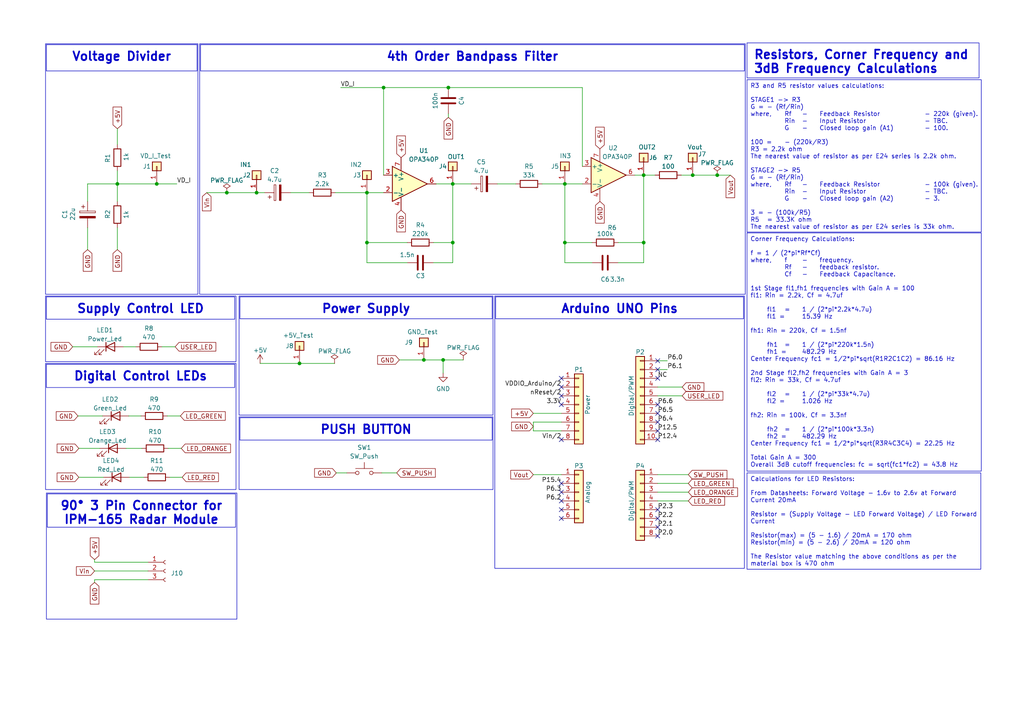
<source format=kicad_sch>
(kicad_sch (version 20230121) (generator eeschema)
  (paper "A4")
  (title_block (title "Movement Detector based on IPM-165 Radar Module") (date "2023-05-13") (rev "1,4") (company "HDA Student/Girish Tabaraddi; Ananya Harish; Drashti Shah") (comment 1 "Group D3"))
  (lib_symbols
    (symbol "Amplifier_Operational:OPA340P" (pin_names (offset 0.127))
      (property "Reference" "U" (at 0 6.35 0))
      (property "Value" "OPA340P" (at 0 3.81 0))
      (symbol "OPA340P_0_1"
        (polyline (pts (xy -5.08 5.08) (xy 5.08 0) (xy -5.08 -5.08) (xy -5.08 5.08)) (stroke (width 0.254)) (fill (type background)))
      )
      (symbol "OPA340P_1_1"
        (pin no_connect line (at -5.08 -2.54 90) (length 2.54) hide (name "NC") (number "1"))
        (pin input line (at -7.62 -2.54 0) (length 2.54) (name "-") (number "2"))
        (pin input line (at -7.62 2.54 0) (length 2.54) (name "+") (number "3"))
        (pin power_in line (at -2.54 -7.62 90) (length 3.81) (name "V-") (number "4"))
        (pin no_connect line (at -2.54 -2.54 90) (length 2.54) hide (name "NC") (number "5"))
        (pin output line (at 7.62 0 180) (length 2.54) (name "~") (number "6"))
        (pin power_in line (at -2.54 7.62 270) (length 3.81) (name "V+") (number "7"))
        (pin no_connect line (at 0 -2.54 90) (length 2.54) hide (name "NC") (number "8"))
      )
    )
    (symbol "Connector:Conn_01x03_Socket" (pin_names (offset 1.016) hide)
      (property "Reference" "J" (at 0 5.08 0))
      (property "Value" "Conn_01x03_Socket" (at 0 -5.08 0))
      (symbol "Conn_01x03_Socket_1_1"
        (arc (start 0 -2.032) (mid -0.5058 -2.54) (end 0 -3.048) (stroke (width 0.1524)))
        (polyline (pts (xy -1.27 -2.54) (xy -0.508 -2.54)) (stroke (width 0.1524)))
        (polyline (pts (xy -1.27 0) (xy -0.508 0)) (stroke (width 0.1524)))
        (polyline (pts (xy -1.27 2.54) (xy -0.508 2.54)) (stroke (width 0.1524)))
        (arc (start 0 0.508) (mid -0.5058 0) (end 0 -0.508) (stroke (width 0.1524)))
        (arc (start 0 3.048) (mid -0.5058 2.54) (end 0 2.032) (stroke (width 0.1524)))
        (pin passive line (at -5.08 2.54 0) (length 3.81) (name "Pin_1") (number "1"))
        (pin passive line (at -5.08 0 0) (length 3.81) (name "Pin_2") (number "2"))
        (pin passive line (at -5.08 -2.54 0) (length 3.81) (name "Pin_3") (number "3"))
      )
    )
    (symbol "Connector_Generic:Conn_01x01" (pin_names (offset 1.016) hide)
      (property "Reference" "J" (at 0 2.54 0))
      (property "Value" "Conn_01x01" (at 0 -2.54 0))
      (symbol "Conn_01x01_1_1"
        (rectangle (start -1.27 0.127) (end 0 -0.127) (stroke (width 0.1524)))
        (rectangle (start -1.27 1.27) (end 1.27 -1.27) (stroke (width 0.254)) (fill (type background)))
        (pin passive line (at -5.08 0 0) (length 3.81) (name "Pin_1") (number "1"))
      )
    )
    (symbol "Connector_Generic:Conn_01x06" (pin_names (offset 1.016) hide)
      (property "Reference" "J" (at 0 7.62 0))
      (property "Value" "Conn_01x06" (at 0 -10.16 0))
      (symbol "Conn_01x06_1_1"
        (rectangle (start -1.27 -7.493) (end 0 -7.747) (stroke (width 0.1524)))
        (rectangle (start -1.27 -4.953) (end 0 -5.207) (stroke (width 0.1524)))
        (rectangle (start -1.27 -2.413) (end 0 -2.667) (stroke (width 0.1524)))
        (rectangle (start -1.27 0.127) (end 0 -0.127) (stroke (width 0.1524)))
        (rectangle (start -1.27 2.667) (end 0 2.413) (stroke (width 0.1524)))
        (rectangle (start -1.27 5.207) (end 0 4.953) (stroke (width 0.1524)))
        (rectangle (start -1.27 6.35) (end 1.27 -8.89) (stroke (width 0.254)) (fill (type background)))
        (pin passive line (at -5.08 5.08 0) (length 3.81) (name "Pin_1") (number "1"))
        (pin passive line (at -5.08 2.54 0) (length 3.81) (name "Pin_2") (number "2"))
        (pin passive line (at -5.08 0 0) (length 3.81) (name "Pin_3") (number "3"))
        (pin passive line (at -5.08 -2.54 0) (length 3.81) (name "Pin_4") (number "4"))
        (pin passive line (at -5.08 -5.08 0) (length 3.81) (name "Pin_5") (number "5"))
        (pin passive line (at -5.08 -7.62 0) (length 3.81) (name "Pin_6") (number "6"))
      )
    )
    (symbol "Connector_Generic:Conn_01x08" (pin_names (offset 1.016) hide)
      (property "Reference" "J" (at 0 10.16 0))
      (property "Value" "Conn_01x08" (at 0 -12.7 0))
      (symbol "Conn_01x08_1_1"
        (rectangle (start -1.27 -10.033) (end 0 -10.287) (stroke (width 0.1524)))
        (rectangle (start -1.27 -7.493) (end 0 -7.747) (stroke (width 0.1524)))
        (rectangle (start -1.27 -4.953) (end 0 -5.207) (stroke (width 0.1524)))
        (rectangle (start -1.27 -2.413) (end 0 -2.667) (stroke (width 0.1524)))
        (rectangle (start -1.27 0.127) (end 0 -0.127) (stroke (width 0.1524)))
        (rectangle (start -1.27 2.667) (end 0 2.413) (stroke (width 0.1524)))
        (rectangle (start -1.27 5.207) (end 0 4.953) (stroke (width 0.1524)))
        (rectangle (start -1.27 7.747) (end 0 7.493) (stroke (width 0.1524)))
        (rectangle (start -1.27 8.89) (end 1.27 -11.43) (stroke (width 0.254)) (fill (type background)))
        (pin passive line (at -5.08 7.62 0) (length 3.81) (name "Pin_1") (number "1"))
        (pin passive line (at -5.08 5.08 0) (length 3.81) (name "Pin_2") (number "2"))
        (pin passive line (at -5.08 2.54 0) (length 3.81) (name "Pin_3") (number "3"))
        (pin passive line (at -5.08 0 0) (length 3.81) (name "Pin_4") (number "4"))
        (pin passive line (at -5.08 -2.54 0) (length 3.81) (name "Pin_5") (number "5"))
        (pin passive line (at -5.08 -5.08 0) (length 3.81) (name "Pin_6") (number "6"))
        (pin passive line (at -5.08 -7.62 0) (length 3.81) (name "Pin_7") (number "7"))
        (pin passive line (at -5.08 -10.16 0) (length 3.81) (name "Pin_8") (number "8"))
      )
    )
    (symbol "Connector_Generic:Conn_01x10" (pin_names (offset 1.016) hide)
      (property "Reference" "J" (at 0 12.7 0))
      (property "Value" "Conn_01x10" (at 0 -15.24 0))
      (symbol "Conn_01x10_1_1"
        (rectangle (start -1.27 -12.573) (end 0 -12.827) (stroke (width 0.1524)))
        (rectangle (start -1.27 -10.033) (end 0 -10.287) (stroke (width 0.1524)))
        (rectangle (start -1.27 -7.493) (end 0 -7.747) (stroke (width 0.1524)))
        (rectangle (start -1.27 -4.953) (end 0 -5.207) (stroke (width 0.1524)))
        (rectangle (start -1.27 -2.413) (end 0 -2.667) (stroke (width 0.1524)))
        (rectangle (start -1.27 0.127) (end 0 -0.127) (stroke (width 0.1524)))
        (rectangle (start -1.27 2.667) (end 0 2.413) (stroke (width 0.1524)))
        (rectangle (start -1.27 5.207) (end 0 4.953) (stroke (width 0.1524)))
        (rectangle (start -1.27 7.747) (end 0 7.493) (stroke (width 0.1524)))
        (rectangle (start -1.27 10.287) (end 0 10.033) (stroke (width 0.1524)))
        (rectangle (start -1.27 11.43) (end 1.27 -13.97) (stroke (width 0.254)) (fill (type background)))
        (pin passive line (at -5.08 10.16 0) (length 3.81) (name "Pin_1") (number "1"))
        (pin passive line (at -5.08 -12.7 0) (length 3.81) (name "Pin_10") (number "10"))
        (pin passive line (at -5.08 7.62 0) (length 3.81) (name "Pin_2") (number "2"))
        (pin passive line (at -5.08 5.08 0) (length 3.81) (name "Pin_3") (number "3"))
        (pin passive line (at -5.08 2.54 0) (length 3.81) (name "Pin_4") (number "4"))
        (pin passive line (at -5.08 0 0) (length 3.81) (name "Pin_5") (number "5"))
        (pin passive line (at -5.08 -2.54 0) (length 3.81) (name "Pin_6") (number "6"))
        (pin passive line (at -5.08 -5.08 0) (length 3.81) (name "Pin_7") (number "7"))
        (pin passive line (at -5.08 -7.62 0) (length 3.81) (name "Pin_8") (number "8"))
        (pin passive line (at -5.08 -10.16 0) (length 3.81) (name "Pin_9") (number "9"))
      )
    )
    (symbol "Device:C" (pin_numbers hide) (pin_names (offset 0.254))
      (property "Reference" "C" (at 0.635 2.54 0))
      (property "Value" "C" (at 0.635 -2.54 0))
      (symbol "C_0_1"
        (polyline (pts (xy -2.032 -0.762) (xy 2.032 -0.762)) (stroke (width 0.508)))
        (polyline (pts (xy -2.032 0.762) (xy 2.032 0.762)) (stroke (width 0.508)))
      )
      (symbol "C_1_1"
        (pin passive line (at 0 3.81 270) (length 2.794) (name "~") (number "1"))
        (pin passive line (at 0 -3.81 90) (length 2.794) (name "~") (number "2"))
      )
    )
    (symbol "Device:C_Polarized" (pin_numbers hide) (pin_names (offset 0.254))
      (property "Reference" "C" (at 0.635 2.54 0))
      (property "Value" "C_Polarized" (at 0.635 -2.54 0))
      (symbol "C_Polarized_0_1"
        (rectangle (start -2.286 0.508) (end 2.286 1.016))
        (polyline (pts (xy -1.778 2.286) (xy -0.762 2.286)))
        (polyline (pts (xy -1.27 2.794) (xy -1.27 1.778)))
        (rectangle (start 2.286 -0.508) (end -2.286 -1.016) (fill (type outline)))
      )
      (symbol "C_Polarized_1_1"
        (pin passive line (at 0 3.81 270) (length 2.794) (name "~") (number "1"))
        (pin passive line (at 0 -3.81 90) (length 2.794) (name "~") (number "2"))
      )
    )
    (symbol "Device:LED" (pin_numbers hide) (pin_names (offset 1.016) hide)
      (property "Reference" "D" (at 0 2.54 0))
      (property "Value" "LED" (at 0 -2.54 0))
      (symbol "LED_0_1"
        (polyline (pts (xy -1.27 -1.27) (xy -1.27 1.27)) (stroke (width 0.254)))
        (polyline (pts (xy -1.27 0) (xy 1.27 0)))
        (polyline (pts (xy 1.27 -1.27) (xy 1.27 1.27) (xy -1.27 0) (xy 1.27 -1.27)) (stroke (width 0.254)))
        (polyline (pts (xy -3.048 -0.762) (xy -4.572 -2.286) (xy -3.81 -2.286) (xy -4.572 -2.286) (xy -4.572 -1.524)))
        (polyline (pts (xy -1.778 -0.762) (xy -3.302 -2.286) (xy -2.54 -2.286) (xy -3.302 -2.286) (xy -3.302 -1.524)))
      )
      (symbol "LED_1_1"
        (pin passive line (at -3.81 0 0) (length 2.54) (name "K") (number "1"))
        (pin passive line (at 3.81 0 180) (length 2.54) (name "A") (number "2"))
      )
    )
    (symbol "Device:R" (pin_numbers hide) (pin_names (offset 0))
      (property "Reference" "R" (at 2.032 0 90))
      (property "Value" "R" (at 0 0 90))
      (symbol "R_0_1"
        (rectangle (start -1.016 -2.54) (end 1.016 2.54) (stroke (width 0.254)))
      )
      (symbol "R_1_1"
        (pin passive line (at 0 3.81 270) (length 1.27) (name "~") (number "1"))
        (pin passive line (at 0 -3.81 90) (length 1.27) (name "~") (number "2"))
      )
    )
    (symbol "Switch:SW_Push" (pin_numbers hide) (pin_names (offset 1.016) hide)
      (property "Reference" "SW" (at 1.27 2.54 0))
      (property "Value" "SW_Push" (at 0 -1.524 0))
      (symbol "SW_Push_0_1"
        (circle (center -2.032 0) (radius 0.508))
        (polyline (pts (xy 0 1.27) (xy 0 3.048)))
        (polyline (pts (xy 2.54 1.27) (xy -2.54 1.27)))
        (circle (center 2.032 0) (radius 0.508))
        (pin passive line (at -5.08 0 0) (length 2.54) (name "1") (number "1"))
        (pin passive line (at 5.08 0 180) (length 2.54) (name "2") (number "2"))
      )
    )
    (symbol "power:+5V" (power) (pin_names (offset 0))
      (property "Value" "+5V" (at 0 3.556 0))
      (symbol "+5V_0_1"
        (polyline (pts (xy -0.762 1.27) (xy 0 2.54)))
        (polyline (pts (xy 0 0) (xy 0 2.54)))
        (polyline (pts (xy 0 2.54) (xy 0.762 1.27)))
      )
      (symbol "+5V_1_1"
        (pin power_in line (at 0 0 90) (length 0) hide (name "+5V") (number "1"))
      )
    )
    (symbol "power:GND" (power) (pin_names (offset 0))
      (property "Value" "GND" (at 0 -3.81 0))
      (symbol "GND_0_1"
        (polyline (pts (xy 0 0) (xy 0 -1.27) (xy 1.27 -1.27) (xy 0 -2.54) (xy -1.27 -1.27) (xy 0 -1.27)))
      )
      (symbol "GND_1_1"
        (pin power_in line (at 0 0 270) (length 0) hide (name "GND") (number "1"))
      )
    )
    (symbol "power:PWR_FLAG" (power) (pin_numbers hide) (pin_names (offset 0) hide)
      (property "Value" "PWR_FLAG" (at 0 3.81 0))
      (symbol "PWR_FLAG_0_0"
        (pin power_out line (at 0 0 90) (length 0) (name "pwr") (number "1"))
      )
      (symbol "PWR_FLAG_0_1"
        (polyline (pts (xy 0 0) (xy 0 1.27) (xy -1.016 1.905) (xy 0 2.54) (xy 1.016 1.905) (xy 0 1.27)))
      )
    )
  )
  (junction (at 106.426 70.358))
  (junction (at 45.466 53.34))
  (junction (at 122.936 104.394))
  (junction (at 186.69 70.358))
  (junction (at 34.036 53.34))
  (junction (at 106.426 55.88))
  (junction (at 131.318 70.358))
  (junction (at 200.914 50.8))
  (junction (at 111.252 25.4))
  (junction (at 74.422 55.88))
  (junction (at 163.83 53.34))
  (junction (at 208.026 50.8))
  (junction (at 65.786 55.88))
  (junction (at 130.048 25.4))
  (junction (at 128.524 104.394))
  (junction (at 186.69 50.8))
  (junction (at 163.83 70.358))
  (junction (at 86.868 105.41))
  (junction (at 131.318 53.34))
  (no_connect (at 162.814 147.828))
  (no_connect (at 162.814 142.748))
  (no_connect (at 190.754 119.888))
  (no_connect (at 190.754 150.368))
  (no_connect (at 190.754 155.448))
  (no_connect (at 162.814 140.208))
  (no_connect (at 190.754 152.908))
  (no_connect (at 190.754 124.968))
  (no_connect (at 162.814 114.808))
  (no_connect (at 190.754 147.828))
  (no_connect (at 162.814 150.368))
  (no_connect (at 190.754 109.728))
  (no_connect (at 190.754 117.348))
  (no_connect (at 190.754 107.188))
  (no_connect (at 190.754 127.508))
  (no_connect (at 162.814 112.268))
  (no_connect (at 162.814 145.288))
  (no_connect (at 162.814 117.348))
  (no_connect (at 162.814 109.728))
  (no_connect (at 162.814 127.508))
  (no_connect (at 190.754 122.428))
  (no_connect (at 190.754 104.648))
  (wire (pts (xy 154.686 119.888) (xy 162.814 119.888)))
  (wire (pts (xy 27.432 168.148) (xy 42.926 168.148)))
  (wire (pts (xy 110.744 137.16) (xy 115.062 137.16)))
  (wire (pts (xy 65.786 55.88) (xy 74.422 55.88)))
  (wire (pts (xy 74.422 55.88) (xy 76.708 55.88)))
  (wire (pts (xy 190.754 140.208) (xy 199.644 140.208)))
  (wire (pts (xy 162.814 124.968) (xy 154.686 124.968)))
  (wire (pts (xy 157.226 53.34) (xy 163.83 53.34)))
  (wire (pts (xy 208.026 50.8) (xy 211.836 50.8)))
  (wire (pts (xy 35.814 100.584) (xy 39.37 100.584)))
  (wire (pts (xy 163.83 76.2) (xy 171.704 76.2)))
  (wire (pts (xy 128.524 104.394) (xy 134.366 104.394)))
  (wire (pts (xy 190.754 114.808) (xy 197.866 114.808)))
  (wire (pts (xy 42.926 163.068) (xy 27.432 163.068)))
  (wire (pts (xy 106.426 76.2) (xy 106.426 70.358)))
  (wire (pts (xy 144.272 53.34) (xy 149.606 53.34)))
  (wire (pts (xy 27.432 165.608) (xy 42.926 165.608)))
  (wire (pts (xy 86.868 105.41) (xy 97.028 105.41)))
  (wire (pts (xy 27.432 168.91) (xy 27.432 168.148)))
  (wire (pts (xy 130.048 25.4) (xy 168.91 25.4)))
  (wire (pts (xy 34.036 66.04) (xy 34.036 72.39)))
  (wire (pts (xy 179.324 76.2) (xy 186.69 76.2)))
  (wire (pts (xy 106.426 55.88) (xy 106.426 70.358)))
  (wire (pts (xy 154.686 122.428) (xy 154.686 124.968)))
  (wire (pts (xy 111.252 55.88) (xy 106.426 55.88)))
  (wire (pts (xy 37.338 120.65) (xy 40.894 120.65)))
  (wire (pts (xy 154.686 137.668) (xy 162.814 137.668)))
  (wire (pts (xy 126.492 53.34) (xy 131.318 53.34)))
  (wire (pts (xy 131.318 53.34) (xy 136.652 53.34)))
  (wire (pts (xy 84.328 55.88) (xy 89.662 55.88)))
  (wire (pts (xy 22.606 120.65) (xy 29.718 120.65)))
  (wire (pts (xy 190.754 137.668) (xy 199.644 137.668)))
  (wire (pts (xy 186.69 70.358) (xy 186.69 76.2)))
  (wire (pts (xy 122.936 104.394) (xy 128.524 104.394)))
  (wire (pts (xy 21.082 100.584) (xy 28.194 100.584)))
  (wire (pts (xy 27.432 163.068) (xy 27.432 162.306)))
  (wire (pts (xy 25.4 58.42) (xy 25.4 53.34)))
  (wire (pts (xy 163.83 53.34) (xy 163.83 70.358)))
  (wire (pts (xy 115.824 104.394) (xy 122.936 104.394)))
  (wire (pts (xy 179.324 70.358) (xy 186.69 70.358)))
  (wire (pts (xy 125.73 76.2) (xy 131.318 76.2)))
  (wire (pts (xy 25.4 66.04) (xy 25.4 72.39)))
  (wire (pts (xy 25.4 53.34) (xy 34.036 53.34)))
  (wire (pts (xy 36.576 130.048) (xy 41.148 130.048)))
  (wire (pts (xy 163.83 70.358) (xy 171.704 70.358)))
  (wire (pts (xy 111.252 50.8) (xy 111.252 25.4)))
  (wire (pts (xy 48.514 120.65) (xy 52.324 120.65)))
  (wire (pts (xy 106.426 70.358) (xy 118.11 70.358)))
  (wire (pts (xy 190.754 112.268) (xy 197.866 112.268)))
  (wire (pts (xy 131.318 76.2) (xy 131.318 70.358)))
  (wire (pts (xy 168.91 25.4) (xy 168.91 48.26)))
  (wire (pts (xy 22.86 138.43) (xy 29.972 138.43)))
  (wire (pts (xy 200.914 50.8) (xy 208.026 50.8)))
  (wire (pts (xy 59.944 55.88) (xy 65.786 55.88)))
  (wire (pts (xy 131.318 70.358) (xy 131.318 53.34)))
  (wire (pts (xy 190.754 142.748) (xy 199.644 142.748)))
  (wire (pts (xy 34.036 37.338) (xy 34.036 41.91)))
  (wire (pts (xy 111.252 25.4) (xy 130.048 25.4)))
  (wire (pts (xy 193.548 107.188) (xy 190.754 107.188)))
  (wire (pts (xy 130.048 33.02) (xy 130.048 34.036)))
  (wire (pts (xy 118.11 76.2) (xy 106.426 76.2)))
  (wire (pts (xy 97.536 137.16) (xy 100.584 137.16)))
  (wire (pts (xy 193.548 104.648) (xy 190.754 104.648)))
  (wire (pts (xy 45.466 53.34) (xy 51.308 53.34)))
  (wire (pts (xy 22.86 130.048) (xy 28.956 130.048)))
  (wire (pts (xy 37.592 138.43) (xy 41.656 138.43)))
  (wire (pts (xy 184.15 50.8) (xy 186.69 50.8)))
  (wire (pts (xy 34.036 53.34) (xy 45.466 53.34)))
  (wire (pts (xy 48.768 130.048) (xy 52.578 130.048)))
  (wire (pts (xy 98.806 25.4) (xy 111.252 25.4)))
  (wire (pts (xy 49.276 138.43) (xy 52.832 138.43)))
  (wire (pts (xy 34.036 49.53) (xy 34.036 53.34)))
  (wire (pts (xy 163.83 53.34) (xy 168.91 53.34)))
  (wire (pts (xy 186.69 50.8) (xy 189.992 50.8)))
  (wire (pts (xy 197.612 50.8) (xy 200.914 50.8)))
  (wire (pts (xy 46.99 100.584) (xy 50.8 100.584)))
  (wire (pts (xy 128.524 104.394) (xy 128.524 108.204)))
  (wire (pts (xy 162.814 122.428) (xy 154.686 122.428)))
  (wire (pts (xy 75.438 105.41) (xy 86.868 105.41)))
  (wire (pts (xy 190.754 145.288) (xy 199.644 145.288)))
  (wire (pts (xy 186.69 50.8) (xy 186.69 70.358)))
  (wire (pts (xy 163.83 70.358) (xy 163.83 76.2)))
  (wire (pts (xy 34.036 53.34) (xy 34.036 58.42)))
  (wire (pts (xy 97.282 55.88) (xy 106.426 55.88)))
  (wire (pts (xy 125.73 70.358) (xy 131.318 70.358)))
  (rectangle (start 13.208 85.852) (end 68.453 104.902))
  (rectangle (start 69.342 85.852) (end 143.002 120.396))
  (rectangle (start 13.208 12.7) (end 57.404 85.344))
  (rectangle (start 13.462 143.002) (end 68.707 179.578))
  (rectangle (start 13.208 105.41) (end 68.453 141.986))
  (rectangle (start 69.342 120.904) (end 143.002 141.986))
  (rectangle (start 57.912 12.7) (end 216.154 85.344))
  (rectangle (start 143.51 85.852) (end 215.9 164.846))
  (text_box "Power Supply" (at 69.596 86.106 0) (size 73.152 6.35) (effects (font (size 2.5 2.5) bold) (justify top)))
  (text_box "90° 3 Pin Connector for IPM-165 Radar Module" (at 13.716 143.256 0) (size 54.61 9.652) (effects (font (size 2.5 2.5) (thickness 0.5) bold) (justify top)))
  (text_box "R3 and R5 resistor values calculations:\n\nSTAGE1 -> R3\nG =	- (Rf/Rin)\nwhere, 	Rf	-	Feedback Resistor 		- 220k (given).\n		Rin	- 	Input Resistor 			- TBC.\n		G	- 	Closed loop gain (A1)	- 100.\n\n100 =	- (220k/R3)\nR3 = 2.2k ohm\nThe nearest value of resistor as per E24 series is 2.2k ohm. \n\nSTAGE2 -> R5\nG =	- (Rf/Rin)\nwhere, 	Rf	-	Feedback Resistor 		- 100k (given).\n		Rin	- 	Input Resistor 			- TBC.\n		G	- 	Closed loop gain (A2)	- 3.\n\n3 = - (100k/R5)\nR5	= 33.3K ohm\nThe nearest value of resistor as per E24 series is 33k ohm. " (at 216.662 23.114 0) (size 67.945 44.196) (effects (font (size 1.27 1.27)) (justify left top)))
  (text_box "Arduino UNO Pins" (at 143.764 86.106 0) (size 71.882 6.35) (effects (font (size 2.5 2.5) (thickness 0.5) bold) (justify top)))
  (text_box "Corner Frequency Calculations:\n\nf = 1 / (2*pi*Rf*Cf)\nwhere, 	f	-	frequency.\n		Rf	- 	feedback resistor.\n		Cf	- 	Feedback Capacitance.\n\n1st Stage fl1,fh1 frequencies with Gain A = 100\nfl1: Rin = 2.2k, Cf = 4.7uf\n\n	fl1	=	1 / (2*pi*2.2k*4.7u)\n	fl1 = 	15.39 Hz\n\nfh1: Rin = 220k, Cf = 1.5nf\n\n	fh1	=	1 / (2*pi*220k*1.5n)\n	fh1 = 	482.29 Hz\nCenter Frequency fc1 = 1/2*pi*sqrt(R1R2C1C2) = 86.16 Hz\n\n2nd Stage fl2,fh2 frequencies with Gain A = 3\nfl2: Rin = 33k, Cf = 4.7uf\n\n	fl2	=	1 / (2*pi*33k*4.7u)\n	fl2 = 	1.026 Hz\n\nfh2: Rin = 100k, Cf = 3.3nf\n\n	fh2	=	1 / (2*pi*100k*3.3n)\n	fh2 = 	482.29 Hz\nCenter Frequency fc1 = 1/2*pi*sqrt(R3R4C3C4) = 22.25 Hz\n\nTotal Gain A = 300\nOverall 3dB cutoff frequencies: fc = sqrt(fc1*fc2) = 43.8 Hz" (at 216.662 67.564 0) (size 67.945 69.088) (effects (font (size 1.27 1.27)) (justify left top)))
  (text_box "Calculations for LED Resistors:\n\nFrom Datasheets: Forward Voltage - 1.6v to 2.6v at Forward Current 20mA\n\nResistor = (Supply Voltage - LED Forward Voltage) / LED Forward Current\n\nResistor(max) = (5 - 1.6) / 20mA = 170 ohm\nResistor(min) = (5 - 2.6) / 20mA = 120 ohm\n\nThe Resistor value matching the above conditions as per the material box is 470 ohm" (at 216.662 137.16 0) (size 67.818 27.94) (effects (font (size 1.27 1.27)) (justify left top)))
  (text_box "4th Order Bandpass Filter" (at 58.166 12.954 0) (size 157.734 7.62) (effects (font (size 2.5 2.5) bold) (justify top)))
  (text_box "Voltage Divider" (at 13.462 12.954 0) (size 43.688 7.62) (effects (font (size 2.5 2.5) (thickness 0.5) bold) (justify top)))
  (text_box "Resistors, Corner Frequency and 3dB Frequency Calculations" (at 216.662 12.446 0) (size 67.31 10.16) (effects (font (size 2.5 2.5) (thickness 0.5) bold) (justify left top)))
  (text_box "Supply Control LED" (at 13.462 86.106 0) (size 54.61 6.477) (effects (font (size 2.5 2.5) bold) (justify top)))
  (text_box "Digital Control LEDs" (at 13.462 105.664 0) (size 54.61 6.731) (effects (font (size 2.5 2.5) (thickness 0.5) bold) (justify top)))
  (text_box "PUSH BUTTON" (at 69.596 121.158 0) (size 73.152 6.477) (effects (font (size 2.5 2.5) bold) (justify top)))
  (label "nReset{slash}2" (at 162.814 114.808 180))
  (label "Vin{slash}2" (at 162.814 127.508 180))
  (label "P6.6" (at 190.754 117.348 0))
  (label "VDDIO_Arduino{slash}2" (at 162.814 112.268 180))
  (label "P15.4" (at 162.814 140.208 180))
  (label "P6.1" (at 193.548 107.188 0))
  (label "NC" (at 190.754 109.728 0))
  (label "VD_I" (at 51.308 53.34 0))
  (label "P6.0" (at 193.548 104.648 0))
  (label "P6.5" (at 190.754 119.888 0))
  (label "P2.3" (at 190.754 147.828 0))
  (label "P2.0" (at 190.754 155.448 0))
  (label "P12.4" (at 190.754 127.508 0))
  (label "VD_I" (at 98.806 25.4 0))
  (label "P2.1" (at 190.754 152.908 0))
  (label "3.3V" (at 162.814 117.348 180))
  (label "P6.3" (at 162.814 142.748 180))
  (label "P12.5" (at 190.754 124.968 0))
  (label "P6.2" (at 162.814 145.288 180))
  (label "P2.2" (at 190.754 150.368 0))
  (label "P6.4" (at 190.754 122.428 0))
  (global_label "GND" (shape input) (at 22.606 120.65 180) (property "Intersheetrefs" "${INTERSHEET_REFS}" (effects hide)))
  (global_label "Vin" (shape input) (at 59.944 55.88 270) (property "Intersheetrefs" "${INTERSHEET_REFS}" (effects hide)))
  (global_label "GND" (shape input) (at 197.866 112.268 0) (property "Intersheetrefs" "${INTERSHEET_REFS}" (effects hide)))
  (global_label "GND" (shape input) (at 154.686 123.698 180) (property "Intersheetrefs" "${INTERSHEET_REFS}" (effects hide)))
  (global_label "GND" (shape input) (at 25.4 72.39 270) (property "Intersheetrefs" "${INTERSHEET_REFS}" (effects hide)))
  (global_label "LED_GREEN" (shape input) (at 52.324 120.65 0) (property "Intersheetrefs" "${INTERSHEET_REFS}" (effects hide)))
  (global_label "+5V" (shape input) (at 173.99 43.18 90) (property "Intersheetrefs" "${INTERSHEET_REFS}" (effects hide)))
  (global_label "+5V" (shape input) (at 27.432 162.306 90) (property "Intersheetrefs" "${INTERSHEET_REFS}" (effects hide)))
  (global_label "USER_LED" (shape input) (at 50.8 100.584 0) (property "Intersheetrefs" "${INTERSHEET_REFS}" (effects hide)))
  (global_label "GND" (shape input) (at 130.048 34.036 270) (property "Intersheetrefs" "${INTERSHEET_REFS}" (effects hide)))
  (global_label "GND" (shape input) (at 22.86 130.048 180) (property "Intersheetrefs" "${INTERSHEET_REFS}" (effects hide)))
  (global_label "GND" (shape input) (at 115.824 104.394 180) (property "Intersheetrefs" "${INTERSHEET_REFS}" (effects hide)))
  (global_label "Vout" (shape input) (at 211.836 50.8 270) (property "Intersheetrefs" "${INTERSHEET_REFS}" (effects hide)))
  (global_label "+5V" (shape input) (at 154.686 119.888 180) (property "Intersheetrefs" "${INTERSHEET_REFS}" (effects hide)))
  (global_label "+5V" (shape input) (at 116.332 45.72 90) (property "Intersheetrefs" "${INTERSHEET_REFS}" (effects hide)))
  (global_label "GND" (shape input) (at 97.536 137.16 180) (property "Intersheetrefs" "${INTERSHEET_REFS}" (effects hide)))
  (global_label "LED_RED" (shape input) (at 52.832 138.43 0) (property "Intersheetrefs" "${INTERSHEET_REFS}" (effects hide)))
  (global_label "LED_RED" (shape input) (at 199.644 145.288 0) (property "Intersheetrefs" "${INTERSHEET_REFS}" (effects hide)))
  (global_label "GND" (shape input) (at 21.082 100.584 180) (property "Intersheetrefs" "${INTERSHEET_REFS}" (effects hide)))
  (global_label "GND" (shape input) (at 22.86 138.43 180) (property "Intersheetrefs" "${INTERSHEET_REFS}" (effects hide)))
  (global_label "GND" (shape input) (at 27.432 168.91 270) (property "Intersheetrefs" "${INTERSHEET_REFS}" (effects hide)))
  (global_label "Vin" (shape input) (at 27.432 165.608 180) (property "Intersheetrefs" "${INTERSHEET_REFS}" (effects hide)))
  (global_label "GND" (shape input) (at 34.036 72.39 270) (property "Intersheetrefs" "${INTERSHEET_REFS}" (effects hide)))
  (global_label "SW_PUSH" (shape input) (at 199.644 137.668 0) (property "Intersheetrefs" "${INTERSHEET_REFS}" (effects hide)))
  (global_label "LED_ORANGE" (shape input) (at 199.644 142.748 0) (property "Intersheetrefs" "${INTERSHEET_REFS}" (effects hide)))
  (global_label "LED_ORANGE" (shape input) (at 52.578 130.048 0) (property "Intersheetrefs" "${INTERSHEET_REFS}" (effects hide)))
  (global_label "+5V" (shape input) (at 34.036 37.338 90) (property "Intersheetrefs" "${INTERSHEET_REFS}" (effects hide)))
  (global_label "USER_LED" (shape input) (at 197.866 114.808 0) (property "Intersheetrefs" "${INTERSHEET_REFS}" (effects hide)))
  (global_label "GND" (shape input) (at 173.99 58.42 270) (property "Intersheetrefs" "${INTERSHEET_REFS}" (effects hide)))
  (global_label "LED_GREEN" (shape input) (at 199.644 140.208 0) (property "Intersheetrefs" "${INTERSHEET_REFS}" (effects hide)))
  (global_label "GND" (shape input) (at 116.332 60.96 270) (property "Intersheetrefs" "${INTERSHEET_REFS}" (effects hide)))
  (global_label "Vout" (shape input) (at 154.686 137.668 180) (property "Intersheetrefs" "${INTERSHEET_REFS}" (effects hide)))
  (global_label "SW_PUSH" (shape input) (at 115.062 137.16 0) (property "Intersheetrefs" "${INTERSHEET_REFS}" (effects hide)))
  (symbol (lib_id "Connector_Generic:Conn_01x08") (at 167.894 117.348 0) (unit 1)
    (property "Reference" "P1" (at 167.894 107.188 0))
    (property "Value" "Power" (at 170.434 117.348 90))
    (property "Footprint" "Connector_PinHeader_2.54mm:PinHeader_1x08_P2.54mm_Vertical" (effects hide))
  )
  (symbol (lib_id "Connector_Generic:Conn_01x10") (at 185.674 114.808 0) (mirror y) (unit 1)
    (property "Reference" "P2" (at 185.674 102.108 0))
    (property "Value" "Digital/PWM" (at 183.134 114.808 90))
    (property "Footprint" "Connector_PinHeader_2.54mm:PinHeader_1x10_P2.54mm_Vertical" (effects hide))
  )
  (symbol (lib_id "Connector_Generic:Conn_01x06") (at 167.894 142.748 0) (unit 1)
    (property "Reference" "P3" (at 167.894 135.128 0))
    (property "Value" "Analog" (at 170.434 142.748 90))
    (property "Footprint" "Connector_PinHeader_2.54mm:PinHeader_1x06_P2.54mm_Vertical" (effects hide))
  )
  (symbol (lib_id "Connector_Generic:Conn_01x08") (at 185.674 145.288 0) (mirror y) (unit 1)
    (property "Reference" "P4" (at 185.674 135.128 0))
    (property "Value" "Digital/PWM" (at 183.134 145.288 90))
    (property "Footprint" "Library:PinHeader_1x08_P2.54mm_Vertical_New" (effects hide))
  )
  (symbol (lib_id "Device:LED") (at 32.766 130.048 0) (unit 1)
    (property "Reference" "LED3" (at 31.1785 125.222 0))
    (property "Value" "Orange_Led" (at 31.1785 127.762 0))
    (property "Footprint" "LED_THT:LED_D5.0mm" (effects hide))
  )
  (symbol (lib_id "Device:C") (at 130.048 29.21 180) (unit 1)
    (property "Reference" "C4" (at 133.858 29.21 90))
    (property "Value" "100n" (at 126.238 29.21 90))
    (property "Footprint" "Capacitor_THT:C_Rect_L7.2mm_W2.5mm_P5.00mm_FKS2_FKP2_MKS2_MKP2" (effects hide))
  )
  (symbol (lib_id "Connector_Generic:Conn_01x01") (at 122.936 99.314 90) (unit 1)
    (property "Reference" "J9" (at 117.348 99.314 90) (effects (justify right)))
    (property "Value" "GND_Test" (at 118.11 96.266 90) (effects (justify right)))
    (property "Footprint" "Connector_PinHeader_2.54mm:PinHeader_1x01_P2.54mm_Vertical" (effects hide))
  )
  (symbol (lib_id "Device:R") (at 44.958 130.048 90) (unit 1)
    (property "Reference" "R10" (at 44.958 125.222 90))
    (property "Value" "470" (at 44.958 127.762 90))
    (property "Footprint" "Resistor_THT:R_Axial_DIN0207_L6.3mm_D2.5mm_P10.16mm_Horizontal" (effects hide))
    (property "Datasheet" "https://cdn-reichelt.de/documents/datenblatt/B400/METALL%23YAG.pdf" (effects hide))
  )
  (symbol (lib_id "power:PWR_FLAG") (at 65.786 55.88 0) (unit 1)
    (property "Reference" "#FLG04" (effects hide))
    (property "Value" "PWR_FLAG" (at 65.786 52.324 0))
  )
  (symbol (lib_id "Connector_Generic:Conn_01x01") (at 86.868 100.33 90) (unit 1)
    (property "Reference" "J8" (at 82.804 100.33 90) (effects (justify right)))
    (property "Value" "+5V_Test" (at 82.042 97.282 90) (effects (justify right)))
    (property "Footprint" "Connector_PinHeader_2.54mm:PinHeader_1x01_P2.54mm_Vertical" (effects hide))
  )
  (symbol (lib_id "Device:R") (at 43.18 100.584 90) (unit 1)
    (property "Reference" "R8" (at 43.18 95.25 90))
    (property "Value" "470" (at 43.18 97.79 90))
    (property "Footprint" "Resistor_THT:R_Axial_DIN0207_L6.3mm_D2.5mm_P10.16mm_Horizontal" (effects hide))
    (property "Datasheet" "https://cdn-reichelt.de/documents/datenblatt/B400/METALL%23YAG.pdf" (effects hide))
  )
  (symbol (lib_id "Switch:SW_Push") (at 105.664 137.16 0) (unit 1)
    (property "Reference" "SW1" (at 105.664 129.794 0))
    (property "Value" "SW_Push" (at 105.664 132.334 0))
    (property "Footprint" "Button_Switch_THT:SW_PUSH_6mm_H7.3mm" (effects hide))
    (property "Datasheet" "https://www.distrelec.de/Web/Downloads/_t/ds/RND%20210-00194_eng_tds.pdf" (effects hide))
  )
  (symbol (lib_id "Connector_Generic:Conn_01x01") (at 131.318 48.26 90) (unit 1)
    (property "Reference" "J4" (at 127.254 48.26 90) (effects (justify right)))
    (property "Value" "OUT1" (at 129.794 45.466 90) (effects (justify right)))
    (property "Footprint" "Connector_PinHeader_2.54mm:PinHeader_1x01_P2.54mm_Vertical" (effects hide))
  )
  (symbol (lib_id "Device:LED") (at 33.782 138.43 0) (unit 1)
    (property "Reference" "LED4" (at 32.1945 133.604 0))
    (property "Value" "Red_Led" (at 32.1945 136.144 0))
    (property "Footprint" "LED_THT:LED_D5.0mm" (effects hide))
  )
  (symbol (lib_id "Device:C_Polarized") (at 80.518 55.88 90) (unit 1)
    (property "Reference" "C2" (at 79.629 49.53 90))
    (property "Value" "4.7u" (at 79.629 52.07 90))
    (property "Footprint" "Capacitor_THT:CP_Radial_D6.3mm_P2.50mm" (effects hide))
  )
  (symbol (lib_id "Connector_Generic:Conn_01x01") (at 186.69 45.72 90) (unit 1)
    (property "Reference" "J6" (at 188.214 45.72 90) (effects (justify right)))
    (property "Value" "OUT2" (at 185.166 42.672 90) (effects (justify right)))
    (property "Footprint" "Connector_PinHeader_2.54mm:PinHeader_1x01_P2.54mm_Vertical" (effects hide))
  )
  (symbol (lib_id "power:GND") (at 128.524 108.204 0) (unit 1)
    (property "Reference" "#PWR05" (effects hide))
    (property "Value" "GND" (at 128.524 112.776 0))
  )
  (symbol (lib_id "Device:R") (at 34.036 62.23 0) (unit 1)
    (property "Reference" "R2" (at 31.242 63.5 90) (effects (justify left)))
    (property "Value" "1k" (at 36.576 63.5 90) (effects (justify left)))
    (property "Footprint" "Resistor_THT:R_Axial_DIN0207_L6.3mm_D2.5mm_P10.16mm_Horizontal" (effects hide))
    (property "Datasheet" "https://cdn-reichelt.de/documents/datenblatt/B400/METALL%23YAG.pdf" (effects hide))
  )
  (symbol (lib_id "Device:LED") (at 32.004 100.584 0) (unit 1)
    (property "Reference" "LED1" (at 30.4165 95.758 0))
    (property "Value" "Power_Led" (at 30.4165 98.298 0))
    (property "Footprint" "LED_THT:LED_D5.0mm" (effects hide))
    (property "Datasheet" "https://www.distrelec.de/Web/Downloads/_t/ds/RND%20135-00134_eng_tds.pdf" (effects hide))
  )
  (symbol (lib_id "power:PWR_FLAG") (at 134.366 104.394 0) (unit 1)
    (property "Reference" "#FLG07" (effects hide))
    (property "Value" "PWR_FLAG" (at 134.366 100.838 0))
  )
  (symbol (lib_id "Device:C") (at 121.92 76.2 90) (unit 1)
    (property "Reference" "C3" (at 121.92 80.01 90))
    (property "Value" "1.5n" (at 118.11 73.914 90))
    (property "Footprint" "Capacitor_THT:C_Rect_L7.2mm_W7.2mm_P5.00mm_FKS2_FKP2_MKS2_MKP2" (effects hide))
  )
  (symbol (lib_id "Connector_Generic:Conn_01x01") (at 74.422 50.8 90) (unit 1)
    (property "Reference" "J2" (at 70.358 50.8 90) (effects (justify right)))
    (property "Value" "IN1" (at 69.596 47.752 90) (effects (justify right)))
    (property "Footprint" "Connector_PinHeader_2.54mm:PinHeader_1x01_P2.54mm_Vertical" (effects hide))
  )
  (symbol (lib_id "Device:LED") (at 33.528 120.65 0) (unit 1)
    (property "Reference" "LED2" (at 31.9405 115.824 0))
    (property "Value" "Green_Led" (at 31.9405 118.364 0))
    (property "Footprint" "LED_THT:LED_D5.0mm" (effects hide))
    (property "Datasheet" "https://www.distrelec.de/Web/Downloads/_t/ds/RND%20135-00134_eng_tds.pdf" (effects hide))
  )
  (symbol (lib_id "power:+5V") (at 75.438 105.41 0) (unit 1)
    (property "Reference" "#PWR01" (effects hide))
    (property "Value" "+5V" (at 75.438 101.6 0))
  )
  (symbol (lib_id "Connector_Generic:Conn_01x01") (at 106.426 50.8 90) (unit 1)
    (property "Reference" "J3" (at 102.362 50.8 90) (effects (justify right)))
    (property "Value" "IN2" (at 101.6 47.752 90) (effects (justify right)))
    (property "Footprint" "Connector_PinHeader_2.54mm:PinHeader_1x01_P2.54mm_Vertical" (effects hide))
  )
  (symbol (lib_id "Connector_Generic:Conn_01x01") (at 163.83 48.26 90) (unit 1)
    (property "Reference" "J5" (at 159.766 48.26 90) (effects (justify right)))
    (property "Value" "IN3" (at 162.306 45.212 90) (effects (justify right)))
    (property "Footprint" "Connector_PinHeader_2.54mm:PinHeader_1x01_P2.54mm_Vertical" (effects hide))
  )
  (symbol (lib_id "Connector_Generic:Conn_01x01") (at 45.466 48.26 90) (unit 1)
    (property "Reference" "J1" (at 41.402 48.26 90) (effects (justify right)))
    (property "Value" "VD_I_Test" (at 40.64 45.212 90) (effects (justify right)))
    (property "Footprint" "Connector_PinHeader_2.54mm:PinHeader_1x01_P2.54mm_Vertical" (effects hide))
  )
  (symbol (lib_id "Device:R") (at 121.92 70.358 90) (unit 1)
    (property "Reference" "R4" (at 121.92 65.278 90))
    (property "Value" "220k" (at 121.92 67.818 90))
    (property "Footprint" "Resistor_THT:R_Axial_DIN0207_L6.3mm_D2.5mm_P10.16mm_Horizontal" (effects hide))
    (property "Datasheet" "https://cdn-reichelt.de/documents/datenblatt/B400/METALL%23YAG.pdf" (effects hide))
  )
  (symbol (lib_id "Device:R") (at 34.036 45.72 0) (unit 1)
    (property "Reference" "R1" (at 31.242 47.244 90) (effects (justify left)))
    (property "Value" "1k" (at 36.576 46.736 90) (effects (justify left)))
    (property "Footprint" "Resistor_THT:R_Axial_DIN0207_L6.3mm_D2.5mm_P10.16mm_Horizontal" (effects hide))
    (property "Datasheet" "https://cdn-reichelt.de/documents/datenblatt/B400/METALL%23YAG.pdf" (effects hide))
  )
  (symbol (lib_id "Amplifier_Operational:OPA340P") (at 176.53 50.8 0) (unit 1)
    (property "Reference" "U2" (at 177.8 42.926 0))
    (property "Value" "OPA340P" (at 179.07 45.466 0))
    (property "Footprint" "Package_DIP:DIP-8_W7.62mm_Socket" (effects hide))
    (property "Datasheet" "http://www.ti.com/lit/ds/symlink/opa340.pdf" (effects hide))
  )
  (symbol (lib_id "Device:C_Polarized") (at 140.462 53.34 90) (unit 1)
    (property "Reference" "C5" (at 139.573 46.99 90))
    (property "Value" "4.7u" (at 139.573 49.53 90))
    (property "Footprint" "Capacitor_THT:CP_Radial_D6.3mm_P2.50mm" (effects hide))
  )
  (symbol (lib_id "Device:C") (at 175.514 76.2 90) (unit 1)
    (property "Reference" "C6" (at 175.514 81.026 90))
    (property "Value" "3.3n" (at 179.07 81.026 90))
    (property "Footprint" "Capacitor_THT:C_Rect_L7.2mm_W7.2mm_P5.00mm_FKS2_FKP2_MKS2_MKP2" (effects hide))
  )
  (symbol (lib_id "Device:C_Polarized") (at 25.4 62.23 0) (unit 1)
    (property "Reference" "C1" (at 18.796 63.5 90) (effects (justify left)))
    (property "Value" "22u" (at 21.082 64.008 90) (effects (justify left)))
    (property "Footprint" "Capacitor_THT:CP_Radial_D5.0mm_P2.50mm" (effects hide))
  )
  (symbol (lib_id "Device:R") (at 175.514 70.358 90) (unit 1)
    (property "Reference" "R6" (at 177.546 66.04 90))
    (property "Value" "100k" (at 175.514 67.818 90))
    (property "Footprint" "Resistor_THT:R_Axial_DIN0207_L6.3mm_D2.5mm_P10.16mm_Horizontal" (effects hide))
    (property "Datasheet" "https://cdn-reichelt.de/documents/datenblatt/B400/METALL%23YAG.pdf" (effects hide))
  )
  (symbol (lib_id "Device:R") (at 193.802 50.8 90) (unit 1)
    (property "Reference" "R7" (at 193.802 45.72 90))
    (property "Value" "100" (at 193.802 48.26 90))
    (property "Footprint" "Resistor_THT:R_Axial_DIN0207_L6.3mm_D2.5mm_P10.16mm_Horizontal" (effects hide))
    (property "Datasheet" "https://cdn-reichelt.de/documents/datenblatt/B400/METALL%23YAG.pdf" (effects hide))
  )
  (symbol (lib_id "Device:R") (at 153.416 53.34 90) (unit 1)
    (property "Reference" "R5" (at 153.416 48.26 90))
    (property "Value" "33k" (at 153.416 50.8 90))
    (property "Footprint" "Resistor_THT:R_Axial_DIN0207_L6.3mm_D2.5mm_P10.16mm_Horizontal" (effects hide))
    (property "Datasheet" "https://cdn-reichelt.de/documents/datenblatt/B400/METALL%23YAG.pdf" (effects hide))
  )
  (symbol (lib_id "Device:R") (at 93.472 55.88 90) (unit 1)
    (property "Reference" "R3" (at 93.472 50.8 90))
    (property "Value" "2.2k" (at 93.472 53.34 90))
    (property "Footprint" "Resistor_THT:R_Axial_DIN0207_L6.3mm_D2.5mm_P10.16mm_Horizontal" (effects hide))
    (property "Datasheet" "https://cdn-reichelt.de/documents/datenblatt/B400/METALL%23YAG.pdf" (effects hide))
  )
  (symbol (lib_id "Connector_Generic:Conn_01x01") (at 200.914 45.72 90) (unit 1)
    (property "Reference" "J7" (at 202.438 44.704 90) (effects (justify right)))
    (property "Value" "Vout" (at 199.39 42.672 90) (effects (justify right)))
    (property "Footprint" "Connector_PinHeader_2.54mm:PinHeader_1x01_P2.54mm_Vertical" (effects hide))
  )
  (symbol (lib_id "Device:R") (at 45.466 138.43 90) (unit 1)
    (property "Reference" "R11" (at 45.466 133.604 90))
    (property "Value" "470" (at 45.466 136.144 90))
    (property "Footprint" "Resistor_THT:R_Axial_DIN0207_L6.3mm_D2.5mm_P10.16mm_Horizontal" (effects hide))
    (property "Datasheet" "https://cdn-reichelt.de/documents/datenblatt/B400/METALL%23YAG.pdf" (effects hide))
  )
  (symbol (lib_id "Connector:Conn_01x03_Socket") (at 48.006 165.608 0) (unit 1)
    (property "Reference" "J10" (at 49.53 166.243 0) (effects (justify left)))
    (property "Value" "Conn_01x03_Socket" (effects hide))
    (property "Footprint" "3PinConnector:PinSocket_1x03_P2.54mm_Horizontal_NEW" (effects hide))
  )
  (symbol (lib_id "power:PWR_FLAG") (at 97.028 105.41 0) (unit 1)
    (property "Reference" "#FLG01" (effects hide))
    (property "Value" "PWR_FLAG" (at 97.028 101.854 0))
  )
  (symbol (lib_id "power:PWR_FLAG") (at 208.026 50.8 0) (unit 1)
    (property "Reference" "#FLG05" (effects hide))
    (property "Value" "PWR_FLAG" (at 208.026 47.244 0))
  )
  (symbol (lib_id "Amplifier_Operational:OPA340P") (at 118.872 53.34 0) (unit 1)
    (property "Reference" "U1" (at 122.936 43.688 0))
    (property "Value" "OPA340P" (at 122.936 46.228 0))
    (property "Footprint" "Package_DIP:DIP-8_W7.62mm_Socket" (effects hide))
    (property "Datasheet" "http://www.ti.com/lit/ds/symlink/opa340.pdf" (effects hide))
  )
  (symbol (lib_id "Device:R") (at 44.704 120.65 90) (unit 1)
    (property "Reference" "R9" (at 44.704 115.824 90))
    (property "Value" "470" (at 44.704 118.364 90))
    (property "Footprint" "Resistor_THT:R_Axial_DIN0207_L6.3mm_D2.5mm_P10.16mm_Horizontal" (effects hide))
    (property "Datasheet" "https://cdn-reichelt.de/documents/datenblatt/B400/METALL%23YAG.pdf" (effects hide))
  )
)
</source>
